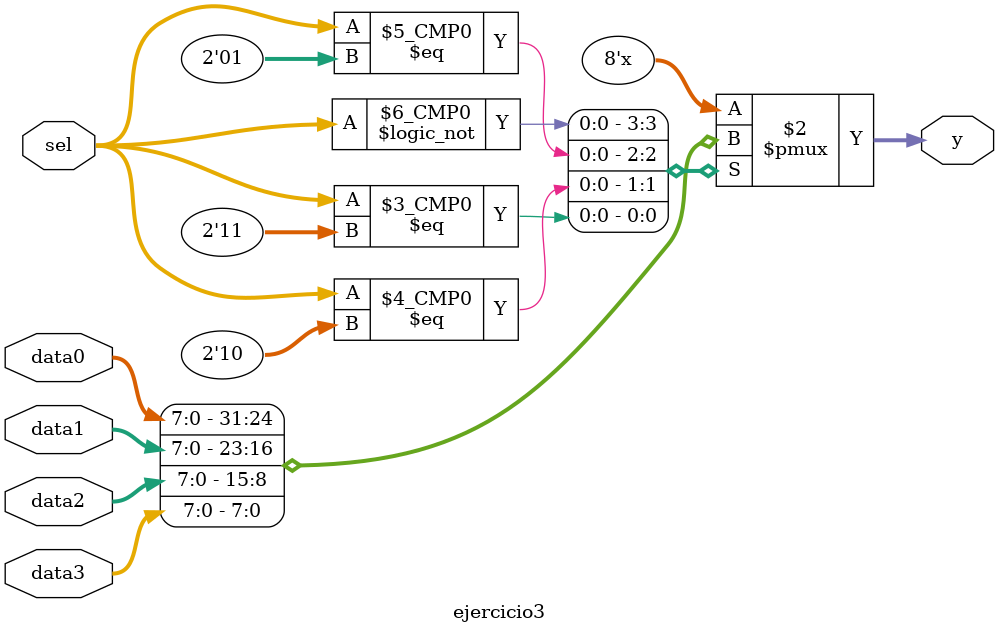
<source format=v>

module ejercicio3 (
    input wire [7:0] data0,
    input wire [7:0] data1,
    input wire [7:0] data2,
    input wire [7:0] data3,
    input wire [1:0] sel,
    output reg [7:0] y
);
    always @(*) begin
        case (sel)
            2'b00: y = data0;
            2'b01: y = data1;
            2'b10: y = data2;
            2'b11: y = data3;
            default: y = 8'b0;
        endcase
    end
endmodule

</source>
